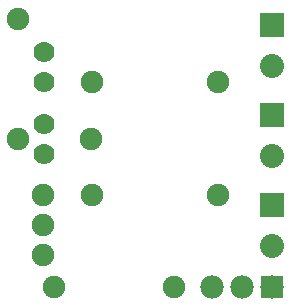
<source format=gbl>
G04 MADE WITH FRITZING*
G04 WWW.FRITZING.ORG*
G04 DOUBLE SIDED*
G04 HOLES PLATED*
G04 CONTOUR ON CENTER OF CONTOUR VECTOR*
%ASAXBY*%
%FSLAX23Y23*%
%MOIN*%
%OFA0B0*%
%SFA1.0B1.0*%
%ADD10C,0.078000*%
%ADD11C,0.075000*%
%ADD12C,0.070000*%
%ADD13C,0.080000*%
%ADD14C,0.075118*%
%ADD15C,0.074803*%
%ADD16R,0.078000X0.078000*%
%ADD17R,0.080000X0.080000*%
%LNCOPPER0*%
G90*
G70*
G54D10*
X933Y102D03*
X833Y102D03*
X733Y102D03*
G54D11*
X208Y101D03*
X608Y101D03*
X87Y597D03*
X87Y997D03*
X171Y410D03*
X171Y310D03*
X171Y210D03*
G54D12*
X172Y884D03*
X172Y784D03*
X172Y546D03*
X172Y646D03*
G54D13*
X933Y677D03*
X933Y539D03*
X933Y977D03*
X933Y840D03*
X933Y377D03*
X933Y239D03*
G54D14*
X753Y784D03*
X332Y784D03*
X332Y410D03*
X753Y410D03*
G54D15*
X331Y597D03*
G54D16*
X933Y102D03*
G54D17*
X933Y677D03*
X933Y977D03*
X933Y377D03*
G04 End of Copper0*
M02*
</source>
